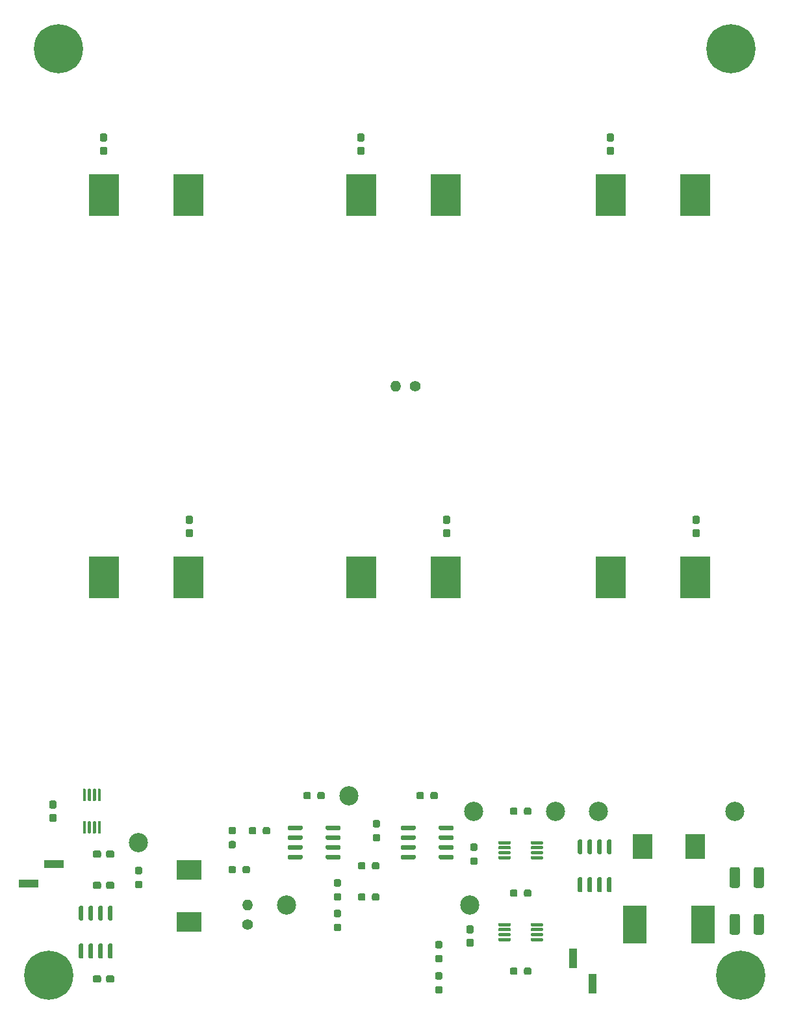
<source format=gbr>
%TF.GenerationSoftware,KiCad,Pcbnew,(5.1.9)-1*%
%TF.CreationDate,2021-05-10T20:34:24-02:30*%
%TF.ProjectId,beverageWarmer1,62657665-7261-4676-9557-61726d657231,rev?*%
%TF.SameCoordinates,Original*%
%TF.FileFunction,Soldermask,Top*%
%TF.FilePolarity,Negative*%
%FSLAX46Y46*%
G04 Gerber Fmt 4.6, Leading zero omitted, Abs format (unit mm)*
G04 Created by KiCad (PCBNEW (5.1.9)-1) date 2021-05-10 20:34:24*
%MOMM*%
%LPD*%
G01*
G04 APERTURE LIST*
%ADD10C,0.800000*%
%ADD11C,6.400000*%
%ADD12C,2.500000*%
%ADD13R,1.000000X2.510000*%
%ADD14R,2.510000X1.000000*%
%ADD15O,1.400000X1.400000*%
%ADD16C,1.400000*%
%ADD17R,3.900000X5.500000*%
%ADD18R,3.100000X5.000000*%
%ADD19R,3.300000X2.500000*%
%ADD20R,2.500000X3.300000*%
G04 APERTURE END LIST*
D10*
%TO.C,REF\u002A\u002A*%
X185847056Y-150702944D03*
X184150000Y-150000000D03*
X182452944Y-150702944D03*
X181750000Y-152400000D03*
X182452944Y-154097056D03*
X184150000Y-154800000D03*
X185847056Y-154097056D03*
X186550000Y-152400000D03*
D11*
X184150000Y-152400000D03*
%TD*%
D10*
%TO.C,REF\u002A\u002A*%
X95677056Y-150702944D03*
X93980000Y-150000000D03*
X92282944Y-150702944D03*
X91580000Y-152400000D03*
X92282944Y-154097056D03*
X93980000Y-154800000D03*
X95677056Y-154097056D03*
X96380000Y-152400000D03*
D11*
X93980000Y-152400000D03*
%TD*%
%TO.C,REF\u002A\u002A*%
X95250000Y-31750000D03*
D10*
X97650000Y-31750000D03*
X96947056Y-33447056D03*
X95250000Y-34150000D03*
X93552944Y-33447056D03*
X92850000Y-31750000D03*
X93552944Y-30052944D03*
X95250000Y-29350000D03*
X96947056Y-30052944D03*
%TD*%
%TO.C,REF\u002A\u002A*%
X184577056Y-30052944D03*
X182880000Y-29350000D03*
X181182944Y-30052944D03*
X180480000Y-31750000D03*
X181182944Y-33447056D03*
X182880000Y-34150000D03*
X184577056Y-33447056D03*
X185280000Y-31750000D03*
D11*
X182880000Y-31750000D03*
%TD*%
D12*
%TO.C,TP402*%
X105664000Y-135128000D03*
%TD*%
D13*
%TO.C,J1*%
X162306000Y-150237000D03*
X164846000Y-153547000D03*
%TD*%
D14*
%TO.C,J0*%
X94619000Y-137922000D03*
X91309000Y-140462000D03*
%TD*%
%TO.C,C7*%
G36*
G01*
X167369500Y-43871000D02*
X166894500Y-43871000D01*
G75*
G02*
X166657000Y-43633500I0J237500D01*
G01*
X166657000Y-43033500D01*
G75*
G02*
X166894500Y-42796000I237500J0D01*
G01*
X167369500Y-42796000D01*
G75*
G02*
X167607000Y-43033500I0J-237500D01*
G01*
X167607000Y-43633500D01*
G75*
G02*
X167369500Y-43871000I-237500J0D01*
G01*
G37*
G36*
G01*
X167369500Y-45596000D02*
X166894500Y-45596000D01*
G75*
G02*
X166657000Y-45358500I0J237500D01*
G01*
X166657000Y-44758500D01*
G75*
G02*
X166894500Y-44521000I237500J0D01*
G01*
X167369500Y-44521000D01*
G75*
G02*
X167607000Y-44758500I0J-237500D01*
G01*
X167607000Y-45358500D01*
G75*
G02*
X167369500Y-45596000I-237500J0D01*
G01*
G37*
%TD*%
%TO.C,C6*%
G36*
G01*
X134857500Y-43871000D02*
X134382500Y-43871000D01*
G75*
G02*
X134145000Y-43633500I0J237500D01*
G01*
X134145000Y-43033500D01*
G75*
G02*
X134382500Y-42796000I237500J0D01*
G01*
X134857500Y-42796000D01*
G75*
G02*
X135095000Y-43033500I0J-237500D01*
G01*
X135095000Y-43633500D01*
G75*
G02*
X134857500Y-43871000I-237500J0D01*
G01*
G37*
G36*
G01*
X134857500Y-45596000D02*
X134382500Y-45596000D01*
G75*
G02*
X134145000Y-45358500I0J237500D01*
G01*
X134145000Y-44758500D01*
G75*
G02*
X134382500Y-44521000I237500J0D01*
G01*
X134857500Y-44521000D01*
G75*
G02*
X135095000Y-44758500I0J-237500D01*
G01*
X135095000Y-45358500D01*
G75*
G02*
X134857500Y-45596000I-237500J0D01*
G01*
G37*
%TD*%
%TO.C,C5*%
G36*
G01*
X101329500Y-43871000D02*
X100854500Y-43871000D01*
G75*
G02*
X100617000Y-43633500I0J237500D01*
G01*
X100617000Y-43033500D01*
G75*
G02*
X100854500Y-42796000I237500J0D01*
G01*
X101329500Y-42796000D01*
G75*
G02*
X101567000Y-43033500I0J-237500D01*
G01*
X101567000Y-43633500D01*
G75*
G02*
X101329500Y-43871000I-237500J0D01*
G01*
G37*
G36*
G01*
X101329500Y-45596000D02*
X100854500Y-45596000D01*
G75*
G02*
X100617000Y-45358500I0J237500D01*
G01*
X100617000Y-44758500D01*
G75*
G02*
X100854500Y-44521000I237500J0D01*
G01*
X101329500Y-44521000D01*
G75*
G02*
X101567000Y-44758500I0J-237500D01*
G01*
X101567000Y-45358500D01*
G75*
G02*
X101329500Y-45596000I-237500J0D01*
G01*
G37*
%TD*%
%TO.C,C4*%
G36*
G01*
X112505500Y-93655000D02*
X112030500Y-93655000D01*
G75*
G02*
X111793000Y-93417500I0J237500D01*
G01*
X111793000Y-92817500D01*
G75*
G02*
X112030500Y-92580000I237500J0D01*
G01*
X112505500Y-92580000D01*
G75*
G02*
X112743000Y-92817500I0J-237500D01*
G01*
X112743000Y-93417500D01*
G75*
G02*
X112505500Y-93655000I-237500J0D01*
G01*
G37*
G36*
G01*
X112505500Y-95380000D02*
X112030500Y-95380000D01*
G75*
G02*
X111793000Y-95142500I0J237500D01*
G01*
X111793000Y-94542500D01*
G75*
G02*
X112030500Y-94305000I237500J0D01*
G01*
X112505500Y-94305000D01*
G75*
G02*
X112743000Y-94542500I0J-237500D01*
G01*
X112743000Y-95142500D01*
G75*
G02*
X112505500Y-95380000I-237500J0D01*
G01*
G37*
%TD*%
%TO.C,C3*%
G36*
G01*
X146033500Y-93655000D02*
X145558500Y-93655000D01*
G75*
G02*
X145321000Y-93417500I0J237500D01*
G01*
X145321000Y-92817500D01*
G75*
G02*
X145558500Y-92580000I237500J0D01*
G01*
X146033500Y-92580000D01*
G75*
G02*
X146271000Y-92817500I0J-237500D01*
G01*
X146271000Y-93417500D01*
G75*
G02*
X146033500Y-93655000I-237500J0D01*
G01*
G37*
G36*
G01*
X146033500Y-95380000D02*
X145558500Y-95380000D01*
G75*
G02*
X145321000Y-95142500I0J237500D01*
G01*
X145321000Y-94542500D01*
G75*
G02*
X145558500Y-94305000I237500J0D01*
G01*
X146033500Y-94305000D01*
G75*
G02*
X146271000Y-94542500I0J-237500D01*
G01*
X146271000Y-95142500D01*
G75*
G02*
X146033500Y-95380000I-237500J0D01*
G01*
G37*
%TD*%
%TO.C,C2*%
G36*
G01*
X178545500Y-93655000D02*
X178070500Y-93655000D01*
G75*
G02*
X177833000Y-93417500I0J237500D01*
G01*
X177833000Y-92817500D01*
G75*
G02*
X178070500Y-92580000I237500J0D01*
G01*
X178545500Y-92580000D01*
G75*
G02*
X178783000Y-92817500I0J-237500D01*
G01*
X178783000Y-93417500D01*
G75*
G02*
X178545500Y-93655000I-237500J0D01*
G01*
G37*
G36*
G01*
X178545500Y-95380000D02*
X178070500Y-95380000D01*
G75*
G02*
X177833000Y-95142500I0J237500D01*
G01*
X177833000Y-94542500D01*
G75*
G02*
X178070500Y-94305000I237500J0D01*
G01*
X178545500Y-94305000D01*
G75*
G02*
X178783000Y-94542500I0J-237500D01*
G01*
X178783000Y-95142500D01*
G75*
G02*
X178545500Y-95380000I-237500J0D01*
G01*
G37*
%TD*%
%TO.C,U6*%
G36*
G01*
X101831000Y-148312000D02*
X102131000Y-148312000D01*
G75*
G02*
X102281000Y-148462000I0J-150000D01*
G01*
X102281000Y-150112000D01*
G75*
G02*
X102131000Y-150262000I-150000J0D01*
G01*
X101831000Y-150262000D01*
G75*
G02*
X101681000Y-150112000I0J150000D01*
G01*
X101681000Y-148462000D01*
G75*
G02*
X101831000Y-148312000I150000J0D01*
G01*
G37*
G36*
G01*
X100561000Y-148312000D02*
X100861000Y-148312000D01*
G75*
G02*
X101011000Y-148462000I0J-150000D01*
G01*
X101011000Y-150112000D01*
G75*
G02*
X100861000Y-150262000I-150000J0D01*
G01*
X100561000Y-150262000D01*
G75*
G02*
X100411000Y-150112000I0J150000D01*
G01*
X100411000Y-148462000D01*
G75*
G02*
X100561000Y-148312000I150000J0D01*
G01*
G37*
G36*
G01*
X99291000Y-148312000D02*
X99591000Y-148312000D01*
G75*
G02*
X99741000Y-148462000I0J-150000D01*
G01*
X99741000Y-150112000D01*
G75*
G02*
X99591000Y-150262000I-150000J0D01*
G01*
X99291000Y-150262000D01*
G75*
G02*
X99141000Y-150112000I0J150000D01*
G01*
X99141000Y-148462000D01*
G75*
G02*
X99291000Y-148312000I150000J0D01*
G01*
G37*
G36*
G01*
X98021000Y-148312000D02*
X98321000Y-148312000D01*
G75*
G02*
X98471000Y-148462000I0J-150000D01*
G01*
X98471000Y-150112000D01*
G75*
G02*
X98321000Y-150262000I-150000J0D01*
G01*
X98021000Y-150262000D01*
G75*
G02*
X97871000Y-150112000I0J150000D01*
G01*
X97871000Y-148462000D01*
G75*
G02*
X98021000Y-148312000I150000J0D01*
G01*
G37*
G36*
G01*
X98021000Y-143362000D02*
X98321000Y-143362000D01*
G75*
G02*
X98471000Y-143512000I0J-150000D01*
G01*
X98471000Y-145162000D01*
G75*
G02*
X98321000Y-145312000I-150000J0D01*
G01*
X98021000Y-145312000D01*
G75*
G02*
X97871000Y-145162000I0J150000D01*
G01*
X97871000Y-143512000D01*
G75*
G02*
X98021000Y-143362000I150000J0D01*
G01*
G37*
G36*
G01*
X99291000Y-143362000D02*
X99591000Y-143362000D01*
G75*
G02*
X99741000Y-143512000I0J-150000D01*
G01*
X99741000Y-145162000D01*
G75*
G02*
X99591000Y-145312000I-150000J0D01*
G01*
X99291000Y-145312000D01*
G75*
G02*
X99141000Y-145162000I0J150000D01*
G01*
X99141000Y-143512000D01*
G75*
G02*
X99291000Y-143362000I150000J0D01*
G01*
G37*
G36*
G01*
X100561000Y-143362000D02*
X100861000Y-143362000D01*
G75*
G02*
X101011000Y-143512000I0J-150000D01*
G01*
X101011000Y-145162000D01*
G75*
G02*
X100861000Y-145312000I-150000J0D01*
G01*
X100561000Y-145312000D01*
G75*
G02*
X100411000Y-145162000I0J150000D01*
G01*
X100411000Y-143512000D01*
G75*
G02*
X100561000Y-143362000I150000J0D01*
G01*
G37*
G36*
G01*
X101831000Y-143362000D02*
X102131000Y-143362000D01*
G75*
G02*
X102281000Y-143512000I0J-150000D01*
G01*
X102281000Y-145162000D01*
G75*
G02*
X102131000Y-145312000I-150000J0D01*
G01*
X101831000Y-145312000D01*
G75*
G02*
X101681000Y-145162000I0J150000D01*
G01*
X101681000Y-143512000D01*
G75*
G02*
X101831000Y-143362000I150000J0D01*
G01*
G37*
%TD*%
%TO.C,U5*%
G36*
G01*
X98693000Y-129764000D02*
X98493000Y-129764000D01*
G75*
G02*
X98393000Y-129664000I0J100000D01*
G01*
X98393000Y-128239000D01*
G75*
G02*
X98493000Y-128139000I100000J0D01*
G01*
X98693000Y-128139000D01*
G75*
G02*
X98793000Y-128239000I0J-100000D01*
G01*
X98793000Y-129664000D01*
G75*
G02*
X98693000Y-129764000I-100000J0D01*
G01*
G37*
G36*
G01*
X99343000Y-129764000D02*
X99143000Y-129764000D01*
G75*
G02*
X99043000Y-129664000I0J100000D01*
G01*
X99043000Y-128239000D01*
G75*
G02*
X99143000Y-128139000I100000J0D01*
G01*
X99343000Y-128139000D01*
G75*
G02*
X99443000Y-128239000I0J-100000D01*
G01*
X99443000Y-129664000D01*
G75*
G02*
X99343000Y-129764000I-100000J0D01*
G01*
G37*
G36*
G01*
X99993000Y-129764000D02*
X99793000Y-129764000D01*
G75*
G02*
X99693000Y-129664000I0J100000D01*
G01*
X99693000Y-128239000D01*
G75*
G02*
X99793000Y-128139000I100000J0D01*
G01*
X99993000Y-128139000D01*
G75*
G02*
X100093000Y-128239000I0J-100000D01*
G01*
X100093000Y-129664000D01*
G75*
G02*
X99993000Y-129764000I-100000J0D01*
G01*
G37*
G36*
G01*
X100643000Y-129764000D02*
X100443000Y-129764000D01*
G75*
G02*
X100343000Y-129664000I0J100000D01*
G01*
X100343000Y-128239000D01*
G75*
G02*
X100443000Y-128139000I100000J0D01*
G01*
X100643000Y-128139000D01*
G75*
G02*
X100743000Y-128239000I0J-100000D01*
G01*
X100743000Y-129664000D01*
G75*
G02*
X100643000Y-129764000I-100000J0D01*
G01*
G37*
G36*
G01*
X100643000Y-133989000D02*
X100443000Y-133989000D01*
G75*
G02*
X100343000Y-133889000I0J100000D01*
G01*
X100343000Y-132464000D01*
G75*
G02*
X100443000Y-132364000I100000J0D01*
G01*
X100643000Y-132364000D01*
G75*
G02*
X100743000Y-132464000I0J-100000D01*
G01*
X100743000Y-133889000D01*
G75*
G02*
X100643000Y-133989000I-100000J0D01*
G01*
G37*
G36*
G01*
X99993000Y-133989000D02*
X99793000Y-133989000D01*
G75*
G02*
X99693000Y-133889000I0J100000D01*
G01*
X99693000Y-132464000D01*
G75*
G02*
X99793000Y-132364000I100000J0D01*
G01*
X99993000Y-132364000D01*
G75*
G02*
X100093000Y-132464000I0J-100000D01*
G01*
X100093000Y-133889000D01*
G75*
G02*
X99993000Y-133989000I-100000J0D01*
G01*
G37*
G36*
G01*
X99343000Y-133989000D02*
X99143000Y-133989000D01*
G75*
G02*
X99043000Y-133889000I0J100000D01*
G01*
X99043000Y-132464000D01*
G75*
G02*
X99143000Y-132364000I100000J0D01*
G01*
X99343000Y-132364000D01*
G75*
G02*
X99443000Y-132464000I0J-100000D01*
G01*
X99443000Y-133889000D01*
G75*
G02*
X99343000Y-133989000I-100000J0D01*
G01*
G37*
G36*
G01*
X98693000Y-133989000D02*
X98493000Y-133989000D01*
G75*
G02*
X98393000Y-133889000I0J100000D01*
G01*
X98393000Y-132464000D01*
G75*
G02*
X98493000Y-132364000I100000J0D01*
G01*
X98693000Y-132364000D01*
G75*
G02*
X98793000Y-132464000I0J-100000D01*
G01*
X98793000Y-133889000D01*
G75*
G02*
X98693000Y-133989000I-100000J0D01*
G01*
G37*
%TD*%
%TO.C,U4*%
G36*
G01*
X130024000Y-133373000D02*
X130024000Y-133073000D01*
G75*
G02*
X130174000Y-132923000I150000J0D01*
G01*
X131824000Y-132923000D01*
G75*
G02*
X131974000Y-133073000I0J-150000D01*
G01*
X131974000Y-133373000D01*
G75*
G02*
X131824000Y-133523000I-150000J0D01*
G01*
X130174000Y-133523000D01*
G75*
G02*
X130024000Y-133373000I0J150000D01*
G01*
G37*
G36*
G01*
X130024000Y-134643000D02*
X130024000Y-134343000D01*
G75*
G02*
X130174000Y-134193000I150000J0D01*
G01*
X131824000Y-134193000D01*
G75*
G02*
X131974000Y-134343000I0J-150000D01*
G01*
X131974000Y-134643000D01*
G75*
G02*
X131824000Y-134793000I-150000J0D01*
G01*
X130174000Y-134793000D01*
G75*
G02*
X130024000Y-134643000I0J150000D01*
G01*
G37*
G36*
G01*
X130024000Y-135913000D02*
X130024000Y-135613000D01*
G75*
G02*
X130174000Y-135463000I150000J0D01*
G01*
X131824000Y-135463000D01*
G75*
G02*
X131974000Y-135613000I0J-150000D01*
G01*
X131974000Y-135913000D01*
G75*
G02*
X131824000Y-136063000I-150000J0D01*
G01*
X130174000Y-136063000D01*
G75*
G02*
X130024000Y-135913000I0J150000D01*
G01*
G37*
G36*
G01*
X130024000Y-137183000D02*
X130024000Y-136883000D01*
G75*
G02*
X130174000Y-136733000I150000J0D01*
G01*
X131824000Y-136733000D01*
G75*
G02*
X131974000Y-136883000I0J-150000D01*
G01*
X131974000Y-137183000D01*
G75*
G02*
X131824000Y-137333000I-150000J0D01*
G01*
X130174000Y-137333000D01*
G75*
G02*
X130024000Y-137183000I0J150000D01*
G01*
G37*
G36*
G01*
X125074000Y-137183000D02*
X125074000Y-136883000D01*
G75*
G02*
X125224000Y-136733000I150000J0D01*
G01*
X126874000Y-136733000D01*
G75*
G02*
X127024000Y-136883000I0J-150000D01*
G01*
X127024000Y-137183000D01*
G75*
G02*
X126874000Y-137333000I-150000J0D01*
G01*
X125224000Y-137333000D01*
G75*
G02*
X125074000Y-137183000I0J150000D01*
G01*
G37*
G36*
G01*
X125074000Y-135913000D02*
X125074000Y-135613000D01*
G75*
G02*
X125224000Y-135463000I150000J0D01*
G01*
X126874000Y-135463000D01*
G75*
G02*
X127024000Y-135613000I0J-150000D01*
G01*
X127024000Y-135913000D01*
G75*
G02*
X126874000Y-136063000I-150000J0D01*
G01*
X125224000Y-136063000D01*
G75*
G02*
X125074000Y-135913000I0J150000D01*
G01*
G37*
G36*
G01*
X125074000Y-134643000D02*
X125074000Y-134343000D01*
G75*
G02*
X125224000Y-134193000I150000J0D01*
G01*
X126874000Y-134193000D01*
G75*
G02*
X127024000Y-134343000I0J-150000D01*
G01*
X127024000Y-134643000D01*
G75*
G02*
X126874000Y-134793000I-150000J0D01*
G01*
X125224000Y-134793000D01*
G75*
G02*
X125074000Y-134643000I0J150000D01*
G01*
G37*
G36*
G01*
X125074000Y-133373000D02*
X125074000Y-133073000D01*
G75*
G02*
X125224000Y-132923000I150000J0D01*
G01*
X126874000Y-132923000D01*
G75*
G02*
X127024000Y-133073000I0J-150000D01*
G01*
X127024000Y-133373000D01*
G75*
G02*
X126874000Y-133523000I-150000J0D01*
G01*
X125224000Y-133523000D01*
G75*
G02*
X125074000Y-133373000I0J150000D01*
G01*
G37*
%TD*%
%TO.C,U3*%
G36*
G01*
X144756000Y-133373000D02*
X144756000Y-133073000D01*
G75*
G02*
X144906000Y-132923000I150000J0D01*
G01*
X146556000Y-132923000D01*
G75*
G02*
X146706000Y-133073000I0J-150000D01*
G01*
X146706000Y-133373000D01*
G75*
G02*
X146556000Y-133523000I-150000J0D01*
G01*
X144906000Y-133523000D01*
G75*
G02*
X144756000Y-133373000I0J150000D01*
G01*
G37*
G36*
G01*
X144756000Y-134643000D02*
X144756000Y-134343000D01*
G75*
G02*
X144906000Y-134193000I150000J0D01*
G01*
X146556000Y-134193000D01*
G75*
G02*
X146706000Y-134343000I0J-150000D01*
G01*
X146706000Y-134643000D01*
G75*
G02*
X146556000Y-134793000I-150000J0D01*
G01*
X144906000Y-134793000D01*
G75*
G02*
X144756000Y-134643000I0J150000D01*
G01*
G37*
G36*
G01*
X144756000Y-135913000D02*
X144756000Y-135613000D01*
G75*
G02*
X144906000Y-135463000I150000J0D01*
G01*
X146556000Y-135463000D01*
G75*
G02*
X146706000Y-135613000I0J-150000D01*
G01*
X146706000Y-135913000D01*
G75*
G02*
X146556000Y-136063000I-150000J0D01*
G01*
X144906000Y-136063000D01*
G75*
G02*
X144756000Y-135913000I0J150000D01*
G01*
G37*
G36*
G01*
X144756000Y-137183000D02*
X144756000Y-136883000D01*
G75*
G02*
X144906000Y-136733000I150000J0D01*
G01*
X146556000Y-136733000D01*
G75*
G02*
X146706000Y-136883000I0J-150000D01*
G01*
X146706000Y-137183000D01*
G75*
G02*
X146556000Y-137333000I-150000J0D01*
G01*
X144906000Y-137333000D01*
G75*
G02*
X144756000Y-137183000I0J150000D01*
G01*
G37*
G36*
G01*
X139806000Y-137183000D02*
X139806000Y-136883000D01*
G75*
G02*
X139956000Y-136733000I150000J0D01*
G01*
X141606000Y-136733000D01*
G75*
G02*
X141756000Y-136883000I0J-150000D01*
G01*
X141756000Y-137183000D01*
G75*
G02*
X141606000Y-137333000I-150000J0D01*
G01*
X139956000Y-137333000D01*
G75*
G02*
X139806000Y-137183000I0J150000D01*
G01*
G37*
G36*
G01*
X139806000Y-135913000D02*
X139806000Y-135613000D01*
G75*
G02*
X139956000Y-135463000I150000J0D01*
G01*
X141606000Y-135463000D01*
G75*
G02*
X141756000Y-135613000I0J-150000D01*
G01*
X141756000Y-135913000D01*
G75*
G02*
X141606000Y-136063000I-150000J0D01*
G01*
X139956000Y-136063000D01*
G75*
G02*
X139806000Y-135913000I0J150000D01*
G01*
G37*
G36*
G01*
X139806000Y-134643000D02*
X139806000Y-134343000D01*
G75*
G02*
X139956000Y-134193000I150000J0D01*
G01*
X141606000Y-134193000D01*
G75*
G02*
X141756000Y-134343000I0J-150000D01*
G01*
X141756000Y-134643000D01*
G75*
G02*
X141606000Y-134793000I-150000J0D01*
G01*
X139956000Y-134793000D01*
G75*
G02*
X139806000Y-134643000I0J150000D01*
G01*
G37*
G36*
G01*
X139806000Y-133373000D02*
X139806000Y-133073000D01*
G75*
G02*
X139956000Y-132923000I150000J0D01*
G01*
X141606000Y-132923000D01*
G75*
G02*
X141756000Y-133073000I0J-150000D01*
G01*
X141756000Y-133373000D01*
G75*
G02*
X141606000Y-133523000I-150000J0D01*
G01*
X139956000Y-133523000D01*
G75*
G02*
X139806000Y-133373000I0J150000D01*
G01*
G37*
%TD*%
%TO.C,U2*%
G36*
G01*
X156748000Y-135269000D02*
X156748000Y-135069000D01*
G75*
G02*
X156848000Y-134969000I100000J0D01*
G01*
X158273000Y-134969000D01*
G75*
G02*
X158373000Y-135069000I0J-100000D01*
G01*
X158373000Y-135269000D01*
G75*
G02*
X158273000Y-135369000I-100000J0D01*
G01*
X156848000Y-135369000D01*
G75*
G02*
X156748000Y-135269000I0J100000D01*
G01*
G37*
G36*
G01*
X156748000Y-135919000D02*
X156748000Y-135719000D01*
G75*
G02*
X156848000Y-135619000I100000J0D01*
G01*
X158273000Y-135619000D01*
G75*
G02*
X158373000Y-135719000I0J-100000D01*
G01*
X158373000Y-135919000D01*
G75*
G02*
X158273000Y-136019000I-100000J0D01*
G01*
X156848000Y-136019000D01*
G75*
G02*
X156748000Y-135919000I0J100000D01*
G01*
G37*
G36*
G01*
X156748000Y-136569000D02*
X156748000Y-136369000D01*
G75*
G02*
X156848000Y-136269000I100000J0D01*
G01*
X158273000Y-136269000D01*
G75*
G02*
X158373000Y-136369000I0J-100000D01*
G01*
X158373000Y-136569000D01*
G75*
G02*
X158273000Y-136669000I-100000J0D01*
G01*
X156848000Y-136669000D01*
G75*
G02*
X156748000Y-136569000I0J100000D01*
G01*
G37*
G36*
G01*
X156748000Y-137219000D02*
X156748000Y-137019000D01*
G75*
G02*
X156848000Y-136919000I100000J0D01*
G01*
X158273000Y-136919000D01*
G75*
G02*
X158373000Y-137019000I0J-100000D01*
G01*
X158373000Y-137219000D01*
G75*
G02*
X158273000Y-137319000I-100000J0D01*
G01*
X156848000Y-137319000D01*
G75*
G02*
X156748000Y-137219000I0J100000D01*
G01*
G37*
G36*
G01*
X152523000Y-137219000D02*
X152523000Y-137019000D01*
G75*
G02*
X152623000Y-136919000I100000J0D01*
G01*
X154048000Y-136919000D01*
G75*
G02*
X154148000Y-137019000I0J-100000D01*
G01*
X154148000Y-137219000D01*
G75*
G02*
X154048000Y-137319000I-100000J0D01*
G01*
X152623000Y-137319000D01*
G75*
G02*
X152523000Y-137219000I0J100000D01*
G01*
G37*
G36*
G01*
X152523000Y-136569000D02*
X152523000Y-136369000D01*
G75*
G02*
X152623000Y-136269000I100000J0D01*
G01*
X154048000Y-136269000D01*
G75*
G02*
X154148000Y-136369000I0J-100000D01*
G01*
X154148000Y-136569000D01*
G75*
G02*
X154048000Y-136669000I-100000J0D01*
G01*
X152623000Y-136669000D01*
G75*
G02*
X152523000Y-136569000I0J100000D01*
G01*
G37*
G36*
G01*
X152523000Y-135919000D02*
X152523000Y-135719000D01*
G75*
G02*
X152623000Y-135619000I100000J0D01*
G01*
X154048000Y-135619000D01*
G75*
G02*
X154148000Y-135719000I0J-100000D01*
G01*
X154148000Y-135919000D01*
G75*
G02*
X154048000Y-136019000I-100000J0D01*
G01*
X152623000Y-136019000D01*
G75*
G02*
X152523000Y-135919000I0J100000D01*
G01*
G37*
G36*
G01*
X152523000Y-135269000D02*
X152523000Y-135069000D01*
G75*
G02*
X152623000Y-134969000I100000J0D01*
G01*
X154048000Y-134969000D01*
G75*
G02*
X154148000Y-135069000I0J-100000D01*
G01*
X154148000Y-135269000D01*
G75*
G02*
X154048000Y-135369000I-100000J0D01*
G01*
X152623000Y-135369000D01*
G75*
G02*
X152523000Y-135269000I0J100000D01*
G01*
G37*
%TD*%
%TO.C,U1*%
G36*
G01*
X156748000Y-145937000D02*
X156748000Y-145737000D01*
G75*
G02*
X156848000Y-145637000I100000J0D01*
G01*
X158273000Y-145637000D01*
G75*
G02*
X158373000Y-145737000I0J-100000D01*
G01*
X158373000Y-145937000D01*
G75*
G02*
X158273000Y-146037000I-100000J0D01*
G01*
X156848000Y-146037000D01*
G75*
G02*
X156748000Y-145937000I0J100000D01*
G01*
G37*
G36*
G01*
X156748000Y-146587000D02*
X156748000Y-146387000D01*
G75*
G02*
X156848000Y-146287000I100000J0D01*
G01*
X158273000Y-146287000D01*
G75*
G02*
X158373000Y-146387000I0J-100000D01*
G01*
X158373000Y-146587000D01*
G75*
G02*
X158273000Y-146687000I-100000J0D01*
G01*
X156848000Y-146687000D01*
G75*
G02*
X156748000Y-146587000I0J100000D01*
G01*
G37*
G36*
G01*
X156748000Y-147237000D02*
X156748000Y-147037000D01*
G75*
G02*
X156848000Y-146937000I100000J0D01*
G01*
X158273000Y-146937000D01*
G75*
G02*
X158373000Y-147037000I0J-100000D01*
G01*
X158373000Y-147237000D01*
G75*
G02*
X158273000Y-147337000I-100000J0D01*
G01*
X156848000Y-147337000D01*
G75*
G02*
X156748000Y-147237000I0J100000D01*
G01*
G37*
G36*
G01*
X156748000Y-147887000D02*
X156748000Y-147687000D01*
G75*
G02*
X156848000Y-147587000I100000J0D01*
G01*
X158273000Y-147587000D01*
G75*
G02*
X158373000Y-147687000I0J-100000D01*
G01*
X158373000Y-147887000D01*
G75*
G02*
X158273000Y-147987000I-100000J0D01*
G01*
X156848000Y-147987000D01*
G75*
G02*
X156748000Y-147887000I0J100000D01*
G01*
G37*
G36*
G01*
X152523000Y-147887000D02*
X152523000Y-147687000D01*
G75*
G02*
X152623000Y-147587000I100000J0D01*
G01*
X154048000Y-147587000D01*
G75*
G02*
X154148000Y-147687000I0J-100000D01*
G01*
X154148000Y-147887000D01*
G75*
G02*
X154048000Y-147987000I-100000J0D01*
G01*
X152623000Y-147987000D01*
G75*
G02*
X152523000Y-147887000I0J100000D01*
G01*
G37*
G36*
G01*
X152523000Y-147237000D02*
X152523000Y-147037000D01*
G75*
G02*
X152623000Y-146937000I100000J0D01*
G01*
X154048000Y-146937000D01*
G75*
G02*
X154148000Y-147037000I0J-100000D01*
G01*
X154148000Y-147237000D01*
G75*
G02*
X154048000Y-147337000I-100000J0D01*
G01*
X152623000Y-147337000D01*
G75*
G02*
X152523000Y-147237000I0J100000D01*
G01*
G37*
G36*
G01*
X152523000Y-146587000D02*
X152523000Y-146387000D01*
G75*
G02*
X152623000Y-146287000I100000J0D01*
G01*
X154048000Y-146287000D01*
G75*
G02*
X154148000Y-146387000I0J-100000D01*
G01*
X154148000Y-146587000D01*
G75*
G02*
X154048000Y-146687000I-100000J0D01*
G01*
X152623000Y-146687000D01*
G75*
G02*
X152523000Y-146587000I0J100000D01*
G01*
G37*
G36*
G01*
X152523000Y-145937000D02*
X152523000Y-145737000D01*
G75*
G02*
X152623000Y-145637000I100000J0D01*
G01*
X154048000Y-145637000D01*
G75*
G02*
X154148000Y-145737000I0J-100000D01*
G01*
X154148000Y-145937000D01*
G75*
G02*
X154048000Y-146037000I-100000J0D01*
G01*
X152623000Y-146037000D01*
G75*
G02*
X152523000Y-145937000I0J100000D01*
G01*
G37*
%TD*%
%TO.C,U0*%
G36*
G01*
X166855000Y-139676000D02*
X167155000Y-139676000D01*
G75*
G02*
X167305000Y-139826000I0J-150000D01*
G01*
X167305000Y-141476000D01*
G75*
G02*
X167155000Y-141626000I-150000J0D01*
G01*
X166855000Y-141626000D01*
G75*
G02*
X166705000Y-141476000I0J150000D01*
G01*
X166705000Y-139826000D01*
G75*
G02*
X166855000Y-139676000I150000J0D01*
G01*
G37*
G36*
G01*
X165585000Y-139676000D02*
X165885000Y-139676000D01*
G75*
G02*
X166035000Y-139826000I0J-150000D01*
G01*
X166035000Y-141476000D01*
G75*
G02*
X165885000Y-141626000I-150000J0D01*
G01*
X165585000Y-141626000D01*
G75*
G02*
X165435000Y-141476000I0J150000D01*
G01*
X165435000Y-139826000D01*
G75*
G02*
X165585000Y-139676000I150000J0D01*
G01*
G37*
G36*
G01*
X164315000Y-139676000D02*
X164615000Y-139676000D01*
G75*
G02*
X164765000Y-139826000I0J-150000D01*
G01*
X164765000Y-141476000D01*
G75*
G02*
X164615000Y-141626000I-150000J0D01*
G01*
X164315000Y-141626000D01*
G75*
G02*
X164165000Y-141476000I0J150000D01*
G01*
X164165000Y-139826000D01*
G75*
G02*
X164315000Y-139676000I150000J0D01*
G01*
G37*
G36*
G01*
X163045000Y-139676000D02*
X163345000Y-139676000D01*
G75*
G02*
X163495000Y-139826000I0J-150000D01*
G01*
X163495000Y-141476000D01*
G75*
G02*
X163345000Y-141626000I-150000J0D01*
G01*
X163045000Y-141626000D01*
G75*
G02*
X162895000Y-141476000I0J150000D01*
G01*
X162895000Y-139826000D01*
G75*
G02*
X163045000Y-139676000I150000J0D01*
G01*
G37*
G36*
G01*
X163045000Y-134726000D02*
X163345000Y-134726000D01*
G75*
G02*
X163495000Y-134876000I0J-150000D01*
G01*
X163495000Y-136526000D01*
G75*
G02*
X163345000Y-136676000I-150000J0D01*
G01*
X163045000Y-136676000D01*
G75*
G02*
X162895000Y-136526000I0J150000D01*
G01*
X162895000Y-134876000D01*
G75*
G02*
X163045000Y-134726000I150000J0D01*
G01*
G37*
G36*
G01*
X164315000Y-134726000D02*
X164615000Y-134726000D01*
G75*
G02*
X164765000Y-134876000I0J-150000D01*
G01*
X164765000Y-136526000D01*
G75*
G02*
X164615000Y-136676000I-150000J0D01*
G01*
X164315000Y-136676000D01*
G75*
G02*
X164165000Y-136526000I0J150000D01*
G01*
X164165000Y-134876000D01*
G75*
G02*
X164315000Y-134726000I150000J0D01*
G01*
G37*
G36*
G01*
X165585000Y-134726000D02*
X165885000Y-134726000D01*
G75*
G02*
X166035000Y-134876000I0J-150000D01*
G01*
X166035000Y-136526000D01*
G75*
G02*
X165885000Y-136676000I-150000J0D01*
G01*
X165585000Y-136676000D01*
G75*
G02*
X165435000Y-136526000I0J150000D01*
G01*
X165435000Y-134876000D01*
G75*
G02*
X165585000Y-134726000I150000J0D01*
G01*
G37*
G36*
G01*
X166855000Y-134726000D02*
X167155000Y-134726000D01*
G75*
G02*
X167305000Y-134876000I0J-150000D01*
G01*
X167305000Y-136526000D01*
G75*
G02*
X167155000Y-136676000I-150000J0D01*
G01*
X166855000Y-136676000D01*
G75*
G02*
X166705000Y-136526000I0J150000D01*
G01*
X166705000Y-134876000D01*
G75*
G02*
X166855000Y-134726000I150000J0D01*
G01*
G37*
%TD*%
D12*
%TO.C,TP401*%
X124968000Y-143256000D03*
%TD*%
%TO.C,TP400*%
X133096000Y-129032000D03*
%TD*%
%TO.C,TP300*%
X149352000Y-131064000D03*
%TD*%
%TO.C,TP100*%
X148844000Y-143256000D03*
%TD*%
%TO.C,TP2*%
X165608000Y-131064000D03*
%TD*%
%TO.C,TP1*%
X183388000Y-131064000D03*
%TD*%
%TO.C,TP0*%
X160020000Y-131064000D03*
%TD*%
D15*
%TO.C,TH401*%
X119888000Y-143256000D03*
D16*
X119888000Y-145796000D03*
%TD*%
D15*
%TO.C,TH400*%
X139192000Y-75692000D03*
D16*
X141732000Y-75692000D03*
%TD*%
%TO.C,R405*%
G36*
G01*
X105426500Y-140125000D02*
X105901500Y-140125000D01*
G75*
G02*
X106139000Y-140362500I0J-237500D01*
G01*
X106139000Y-140862500D01*
G75*
G02*
X105901500Y-141100000I-237500J0D01*
G01*
X105426500Y-141100000D01*
G75*
G02*
X105189000Y-140862500I0J237500D01*
G01*
X105189000Y-140362500D01*
G75*
G02*
X105426500Y-140125000I237500J0D01*
G01*
G37*
G36*
G01*
X105426500Y-138300000D02*
X105901500Y-138300000D01*
G75*
G02*
X106139000Y-138537500I0J-237500D01*
G01*
X106139000Y-139037500D01*
G75*
G02*
X105901500Y-139275000I-237500J0D01*
G01*
X105426500Y-139275000D01*
G75*
G02*
X105189000Y-139037500I0J237500D01*
G01*
X105189000Y-138537500D01*
G75*
G02*
X105426500Y-138300000I237500J0D01*
G01*
G37*
%TD*%
%TO.C,R404*%
G36*
G01*
X118093500Y-134091500D02*
X117618500Y-134091500D01*
G75*
G02*
X117381000Y-133854000I0J237500D01*
G01*
X117381000Y-133354000D01*
G75*
G02*
X117618500Y-133116500I237500J0D01*
G01*
X118093500Y-133116500D01*
G75*
G02*
X118331000Y-133354000I0J-237500D01*
G01*
X118331000Y-133854000D01*
G75*
G02*
X118093500Y-134091500I-237500J0D01*
G01*
G37*
G36*
G01*
X118093500Y-135916500D02*
X117618500Y-135916500D01*
G75*
G02*
X117381000Y-135679000I0J237500D01*
G01*
X117381000Y-135179000D01*
G75*
G02*
X117618500Y-134941500I237500J0D01*
G01*
X118093500Y-134941500D01*
G75*
G02*
X118331000Y-135179000I0J-237500D01*
G01*
X118331000Y-135679000D01*
G75*
G02*
X118093500Y-135916500I-237500J0D01*
G01*
G37*
%TD*%
%TO.C,R402*%
G36*
G01*
X118343500Y-138446500D02*
X118343500Y-138921500D01*
G75*
G02*
X118106000Y-139159000I-237500J0D01*
G01*
X117606000Y-139159000D01*
G75*
G02*
X117368500Y-138921500I0J237500D01*
G01*
X117368500Y-138446500D01*
G75*
G02*
X117606000Y-138209000I237500J0D01*
G01*
X118106000Y-138209000D01*
G75*
G02*
X118343500Y-138446500I0J-237500D01*
G01*
G37*
G36*
G01*
X120168500Y-138446500D02*
X120168500Y-138921500D01*
G75*
G02*
X119931000Y-139159000I-237500J0D01*
G01*
X119431000Y-139159000D01*
G75*
G02*
X119193500Y-138921500I0J237500D01*
G01*
X119193500Y-138446500D01*
G75*
G02*
X119431000Y-138209000I237500J0D01*
G01*
X119931000Y-138209000D01*
G75*
G02*
X120168500Y-138446500I0J-237500D01*
G01*
G37*
%TD*%
%TO.C,R401*%
G36*
G01*
X128949000Y-129269500D02*
X128949000Y-128794500D01*
G75*
G02*
X129186500Y-128557000I237500J0D01*
G01*
X129686500Y-128557000D01*
G75*
G02*
X129924000Y-128794500I0J-237500D01*
G01*
X129924000Y-129269500D01*
G75*
G02*
X129686500Y-129507000I-237500J0D01*
G01*
X129186500Y-129507000D01*
G75*
G02*
X128949000Y-129269500I0J237500D01*
G01*
G37*
G36*
G01*
X127124000Y-129269500D02*
X127124000Y-128794500D01*
G75*
G02*
X127361500Y-128557000I237500J0D01*
G01*
X127861500Y-128557000D01*
G75*
G02*
X128099000Y-128794500I0J-237500D01*
G01*
X128099000Y-129269500D01*
G75*
G02*
X127861500Y-129507000I-237500J0D01*
G01*
X127361500Y-129507000D01*
G75*
G02*
X127124000Y-129269500I0J237500D01*
G01*
G37*
%TD*%
%TO.C,R400*%
G36*
G01*
X120987000Y-133366500D02*
X120987000Y-133841500D01*
G75*
G02*
X120749500Y-134079000I-237500J0D01*
G01*
X120249500Y-134079000D01*
G75*
G02*
X120012000Y-133841500I0J237500D01*
G01*
X120012000Y-133366500D01*
G75*
G02*
X120249500Y-133129000I237500J0D01*
G01*
X120749500Y-133129000D01*
G75*
G02*
X120987000Y-133366500I0J-237500D01*
G01*
G37*
G36*
G01*
X122812000Y-133366500D02*
X122812000Y-133841500D01*
G75*
G02*
X122574500Y-134079000I-237500J0D01*
G01*
X122074500Y-134079000D01*
G75*
G02*
X121837000Y-133841500I0J237500D01*
G01*
X121837000Y-133366500D01*
G75*
G02*
X122074500Y-133129000I237500J0D01*
G01*
X122574500Y-133129000D01*
G75*
G02*
X122812000Y-133366500I0J-237500D01*
G01*
G37*
%TD*%
%TO.C,R305*%
G36*
G01*
X131809500Y-144863000D02*
X131334500Y-144863000D01*
G75*
G02*
X131097000Y-144625500I0J237500D01*
G01*
X131097000Y-144125500D01*
G75*
G02*
X131334500Y-143888000I237500J0D01*
G01*
X131809500Y-143888000D01*
G75*
G02*
X132047000Y-144125500I0J-237500D01*
G01*
X132047000Y-144625500D01*
G75*
G02*
X131809500Y-144863000I-237500J0D01*
G01*
G37*
G36*
G01*
X131809500Y-146688000D02*
X131334500Y-146688000D01*
G75*
G02*
X131097000Y-146450500I0J237500D01*
G01*
X131097000Y-145950500D01*
G75*
G02*
X131334500Y-145713000I237500J0D01*
G01*
X131809500Y-145713000D01*
G75*
G02*
X132047000Y-145950500I0J-237500D01*
G01*
X132047000Y-146450500D01*
G75*
G02*
X131809500Y-146688000I-237500J0D01*
G01*
G37*
%TD*%
%TO.C,R304*%
G36*
G01*
X131809500Y-140902500D02*
X131334500Y-140902500D01*
G75*
G02*
X131097000Y-140665000I0J237500D01*
G01*
X131097000Y-140165000D01*
G75*
G02*
X131334500Y-139927500I237500J0D01*
G01*
X131809500Y-139927500D01*
G75*
G02*
X132047000Y-140165000I0J-237500D01*
G01*
X132047000Y-140665000D01*
G75*
G02*
X131809500Y-140902500I-237500J0D01*
G01*
G37*
G36*
G01*
X131809500Y-142727500D02*
X131334500Y-142727500D01*
G75*
G02*
X131097000Y-142490000I0J237500D01*
G01*
X131097000Y-141990000D01*
G75*
G02*
X131334500Y-141752500I237500J0D01*
G01*
X131809500Y-141752500D01*
G75*
G02*
X132047000Y-141990000I0J-237500D01*
G01*
X132047000Y-142490000D01*
G75*
G02*
X131809500Y-142727500I-237500J0D01*
G01*
G37*
%TD*%
%TO.C,R303*%
G36*
G01*
X136061000Y-142477500D02*
X136061000Y-142002500D01*
G75*
G02*
X136298500Y-141765000I237500J0D01*
G01*
X136798500Y-141765000D01*
G75*
G02*
X137036000Y-142002500I0J-237500D01*
G01*
X137036000Y-142477500D01*
G75*
G02*
X136798500Y-142715000I-237500J0D01*
G01*
X136298500Y-142715000D01*
G75*
G02*
X136061000Y-142477500I0J237500D01*
G01*
G37*
G36*
G01*
X134236000Y-142477500D02*
X134236000Y-142002500D01*
G75*
G02*
X134473500Y-141765000I237500J0D01*
G01*
X134973500Y-141765000D01*
G75*
G02*
X135211000Y-142002500I0J-237500D01*
G01*
X135211000Y-142477500D01*
G75*
G02*
X134973500Y-142715000I-237500J0D01*
G01*
X134473500Y-142715000D01*
G75*
G02*
X134236000Y-142477500I0J237500D01*
G01*
G37*
%TD*%
%TO.C,R302*%
G36*
G01*
X136061000Y-138413500D02*
X136061000Y-137938500D01*
G75*
G02*
X136298500Y-137701000I237500J0D01*
G01*
X136798500Y-137701000D01*
G75*
G02*
X137036000Y-137938500I0J-237500D01*
G01*
X137036000Y-138413500D01*
G75*
G02*
X136798500Y-138651000I-237500J0D01*
G01*
X136298500Y-138651000D01*
G75*
G02*
X136061000Y-138413500I0J237500D01*
G01*
G37*
G36*
G01*
X134236000Y-138413500D02*
X134236000Y-137938500D01*
G75*
G02*
X134473500Y-137701000I237500J0D01*
G01*
X134973500Y-137701000D01*
G75*
G02*
X135211000Y-137938500I0J-237500D01*
G01*
X135211000Y-138413500D01*
G75*
G02*
X134973500Y-138651000I-237500J0D01*
G01*
X134473500Y-138651000D01*
G75*
G02*
X134236000Y-138413500I0J237500D01*
G01*
G37*
%TD*%
%TO.C,R301*%
G36*
G01*
X143681000Y-129269500D02*
X143681000Y-128794500D01*
G75*
G02*
X143918500Y-128557000I237500J0D01*
G01*
X144418500Y-128557000D01*
G75*
G02*
X144656000Y-128794500I0J-237500D01*
G01*
X144656000Y-129269500D01*
G75*
G02*
X144418500Y-129507000I-237500J0D01*
G01*
X143918500Y-129507000D01*
G75*
G02*
X143681000Y-129269500I0J237500D01*
G01*
G37*
G36*
G01*
X141856000Y-129269500D02*
X141856000Y-128794500D01*
G75*
G02*
X142093500Y-128557000I237500J0D01*
G01*
X142593500Y-128557000D01*
G75*
G02*
X142831000Y-128794500I0J-237500D01*
G01*
X142831000Y-129269500D01*
G75*
G02*
X142593500Y-129507000I-237500J0D01*
G01*
X142093500Y-129507000D01*
G75*
G02*
X141856000Y-129269500I0J237500D01*
G01*
G37*
%TD*%
%TO.C,R300*%
G36*
G01*
X136889500Y-133179000D02*
X136414500Y-133179000D01*
G75*
G02*
X136177000Y-132941500I0J237500D01*
G01*
X136177000Y-132441500D01*
G75*
G02*
X136414500Y-132204000I237500J0D01*
G01*
X136889500Y-132204000D01*
G75*
G02*
X137127000Y-132441500I0J-237500D01*
G01*
X137127000Y-132941500D01*
G75*
G02*
X136889500Y-133179000I-237500J0D01*
G01*
G37*
G36*
G01*
X136889500Y-135004000D02*
X136414500Y-135004000D01*
G75*
G02*
X136177000Y-134766500I0J237500D01*
G01*
X136177000Y-134266500D01*
G75*
G02*
X136414500Y-134029000I237500J0D01*
G01*
X136889500Y-134029000D01*
G75*
G02*
X137127000Y-134266500I0J-237500D01*
G01*
X137127000Y-134766500D01*
G75*
G02*
X136889500Y-135004000I-237500J0D01*
G01*
G37*
%TD*%
%TO.C,R201*%
G36*
G01*
X155873000Y-131301500D02*
X155873000Y-130826500D01*
G75*
G02*
X156110500Y-130589000I237500J0D01*
G01*
X156610500Y-130589000D01*
G75*
G02*
X156848000Y-130826500I0J-237500D01*
G01*
X156848000Y-131301500D01*
G75*
G02*
X156610500Y-131539000I-237500J0D01*
G01*
X156110500Y-131539000D01*
G75*
G02*
X155873000Y-131301500I0J237500D01*
G01*
G37*
G36*
G01*
X154048000Y-131301500D02*
X154048000Y-130826500D01*
G75*
G02*
X154285500Y-130589000I237500J0D01*
G01*
X154785500Y-130589000D01*
G75*
G02*
X155023000Y-130826500I0J-237500D01*
G01*
X155023000Y-131301500D01*
G75*
G02*
X154785500Y-131539000I-237500J0D01*
G01*
X154285500Y-131539000D01*
G75*
G02*
X154048000Y-131301500I0J237500D01*
G01*
G37*
%TD*%
%TO.C,R200*%
G36*
G01*
X149114500Y-137077000D02*
X149589500Y-137077000D01*
G75*
G02*
X149827000Y-137314500I0J-237500D01*
G01*
X149827000Y-137814500D01*
G75*
G02*
X149589500Y-138052000I-237500J0D01*
G01*
X149114500Y-138052000D01*
G75*
G02*
X148877000Y-137814500I0J237500D01*
G01*
X148877000Y-137314500D01*
G75*
G02*
X149114500Y-137077000I237500J0D01*
G01*
G37*
G36*
G01*
X149114500Y-135252000D02*
X149589500Y-135252000D01*
G75*
G02*
X149827000Y-135489500I0J-237500D01*
G01*
X149827000Y-135989500D01*
G75*
G02*
X149589500Y-136227000I-237500J0D01*
G01*
X149114500Y-136227000D01*
G75*
G02*
X148877000Y-135989500I0J237500D01*
G01*
X148877000Y-135489500D01*
G75*
G02*
X149114500Y-135252000I237500J0D01*
G01*
G37*
%TD*%
%TO.C,R103*%
G36*
G01*
X145017500Y-152991000D02*
X144542500Y-152991000D01*
G75*
G02*
X144305000Y-152753500I0J237500D01*
G01*
X144305000Y-152253500D01*
G75*
G02*
X144542500Y-152016000I237500J0D01*
G01*
X145017500Y-152016000D01*
G75*
G02*
X145255000Y-152253500I0J-237500D01*
G01*
X145255000Y-152753500D01*
G75*
G02*
X145017500Y-152991000I-237500J0D01*
G01*
G37*
G36*
G01*
X145017500Y-154816000D02*
X144542500Y-154816000D01*
G75*
G02*
X144305000Y-154578500I0J237500D01*
G01*
X144305000Y-154078500D01*
G75*
G02*
X144542500Y-153841000I237500J0D01*
G01*
X145017500Y-153841000D01*
G75*
G02*
X145255000Y-154078500I0J-237500D01*
G01*
X145255000Y-154578500D01*
G75*
G02*
X145017500Y-154816000I-237500J0D01*
G01*
G37*
%TD*%
%TO.C,R102*%
G36*
G01*
X145017500Y-148927000D02*
X144542500Y-148927000D01*
G75*
G02*
X144305000Y-148689500I0J237500D01*
G01*
X144305000Y-148189500D01*
G75*
G02*
X144542500Y-147952000I237500J0D01*
G01*
X145017500Y-147952000D01*
G75*
G02*
X145255000Y-148189500I0J-237500D01*
G01*
X145255000Y-148689500D01*
G75*
G02*
X145017500Y-148927000I-237500J0D01*
G01*
G37*
G36*
G01*
X145017500Y-150752000D02*
X144542500Y-150752000D01*
G75*
G02*
X144305000Y-150514500I0J237500D01*
G01*
X144305000Y-150014500D01*
G75*
G02*
X144542500Y-149777000I237500J0D01*
G01*
X145017500Y-149777000D01*
G75*
G02*
X145255000Y-150014500I0J-237500D01*
G01*
X145255000Y-150514500D01*
G75*
G02*
X145017500Y-150752000I-237500J0D01*
G01*
G37*
%TD*%
%TO.C,R101*%
G36*
G01*
X155023000Y-151654500D02*
X155023000Y-152129500D01*
G75*
G02*
X154785500Y-152367000I-237500J0D01*
G01*
X154285500Y-152367000D01*
G75*
G02*
X154048000Y-152129500I0J237500D01*
G01*
X154048000Y-151654500D01*
G75*
G02*
X154285500Y-151417000I237500J0D01*
G01*
X154785500Y-151417000D01*
G75*
G02*
X155023000Y-151654500I0J-237500D01*
G01*
G37*
G36*
G01*
X156848000Y-151654500D02*
X156848000Y-152129500D01*
G75*
G02*
X156610500Y-152367000I-237500J0D01*
G01*
X156110500Y-152367000D01*
G75*
G02*
X155873000Y-152129500I0J237500D01*
G01*
X155873000Y-151654500D01*
G75*
G02*
X156110500Y-151417000I237500J0D01*
G01*
X156610500Y-151417000D01*
G75*
G02*
X156848000Y-151654500I0J-237500D01*
G01*
G37*
%TD*%
%TO.C,R100*%
G36*
G01*
X155873000Y-141969500D02*
X155873000Y-141494500D01*
G75*
G02*
X156110500Y-141257000I237500J0D01*
G01*
X156610500Y-141257000D01*
G75*
G02*
X156848000Y-141494500I0J-237500D01*
G01*
X156848000Y-141969500D01*
G75*
G02*
X156610500Y-142207000I-237500J0D01*
G01*
X156110500Y-142207000D01*
G75*
G02*
X155873000Y-141969500I0J237500D01*
G01*
G37*
G36*
G01*
X154048000Y-141969500D02*
X154048000Y-141494500D01*
G75*
G02*
X154285500Y-141257000I237500J0D01*
G01*
X154785500Y-141257000D01*
G75*
G02*
X155023000Y-141494500I0J-237500D01*
G01*
X155023000Y-141969500D01*
G75*
G02*
X154785500Y-142207000I-237500J0D01*
G01*
X154285500Y-142207000D01*
G75*
G02*
X154048000Y-141969500I0J237500D01*
G01*
G37*
%TD*%
D17*
%TO.C,R5*%
X178220000Y-50800000D03*
X167220000Y-50800000D03*
%TD*%
%TO.C,R4*%
X145708000Y-50800000D03*
X134708000Y-50800000D03*
%TD*%
%TO.C,R3*%
X112180000Y-50800000D03*
X101180000Y-50800000D03*
%TD*%
%TO.C,R2*%
X101180000Y-100584000D03*
X112180000Y-100584000D03*
%TD*%
%TO.C,R1*%
X134708000Y-100584000D03*
X145708000Y-100584000D03*
%TD*%
%TO.C,R0*%
X167220000Y-100584000D03*
X178220000Y-100584000D03*
%TD*%
D18*
%TO.C,L0*%
X179192000Y-145796000D03*
X170302000Y-145796000D03*
%TD*%
D19*
%TO.C,D400*%
X112268000Y-145484000D03*
X112268000Y-138684000D03*
%TD*%
D20*
%TO.C,D0*%
X178152000Y-135636000D03*
X171352000Y-135636000D03*
%TD*%
%TO.C,C601*%
G36*
G01*
X100767000Y-140478500D02*
X100767000Y-140953500D01*
G75*
G02*
X100529500Y-141191000I-237500J0D01*
G01*
X99929500Y-141191000D01*
G75*
G02*
X99692000Y-140953500I0J237500D01*
G01*
X99692000Y-140478500D01*
G75*
G02*
X99929500Y-140241000I237500J0D01*
G01*
X100529500Y-140241000D01*
G75*
G02*
X100767000Y-140478500I0J-237500D01*
G01*
G37*
G36*
G01*
X102492000Y-140478500D02*
X102492000Y-140953500D01*
G75*
G02*
X102254500Y-141191000I-237500J0D01*
G01*
X101654500Y-141191000D01*
G75*
G02*
X101417000Y-140953500I0J237500D01*
G01*
X101417000Y-140478500D01*
G75*
G02*
X101654500Y-140241000I237500J0D01*
G01*
X102254500Y-140241000D01*
G75*
G02*
X102492000Y-140478500I0J-237500D01*
G01*
G37*
%TD*%
%TO.C,C600*%
G36*
G01*
X100767000Y-152670500D02*
X100767000Y-153145500D01*
G75*
G02*
X100529500Y-153383000I-237500J0D01*
G01*
X99929500Y-153383000D01*
G75*
G02*
X99692000Y-153145500I0J237500D01*
G01*
X99692000Y-152670500D01*
G75*
G02*
X99929500Y-152433000I237500J0D01*
G01*
X100529500Y-152433000D01*
G75*
G02*
X100767000Y-152670500I0J-237500D01*
G01*
G37*
G36*
G01*
X102492000Y-152670500D02*
X102492000Y-153145500D01*
G75*
G02*
X102254500Y-153383000I-237500J0D01*
G01*
X101654500Y-153383000D01*
G75*
G02*
X101417000Y-153145500I0J237500D01*
G01*
X101417000Y-152670500D01*
G75*
G02*
X101654500Y-152433000I237500J0D01*
G01*
X102254500Y-152433000D01*
G75*
G02*
X102492000Y-152670500I0J-237500D01*
G01*
G37*
%TD*%
%TO.C,C501*%
G36*
G01*
X101417000Y-136889500D02*
X101417000Y-136414500D01*
G75*
G02*
X101654500Y-136177000I237500J0D01*
G01*
X102254500Y-136177000D01*
G75*
G02*
X102492000Y-136414500I0J-237500D01*
G01*
X102492000Y-136889500D01*
G75*
G02*
X102254500Y-137127000I-237500J0D01*
G01*
X101654500Y-137127000D01*
G75*
G02*
X101417000Y-136889500I0J237500D01*
G01*
G37*
G36*
G01*
X99692000Y-136889500D02*
X99692000Y-136414500D01*
G75*
G02*
X99929500Y-136177000I237500J0D01*
G01*
X100529500Y-136177000D01*
G75*
G02*
X100767000Y-136414500I0J-237500D01*
G01*
X100767000Y-136889500D01*
G75*
G02*
X100529500Y-137127000I-237500J0D01*
G01*
X99929500Y-137127000D01*
G75*
G02*
X99692000Y-136889500I0J237500D01*
G01*
G37*
%TD*%
%TO.C,C500*%
G36*
G01*
X94725500Y-130739000D02*
X94250500Y-130739000D01*
G75*
G02*
X94013000Y-130501500I0J237500D01*
G01*
X94013000Y-129901500D01*
G75*
G02*
X94250500Y-129664000I237500J0D01*
G01*
X94725500Y-129664000D01*
G75*
G02*
X94963000Y-129901500I0J-237500D01*
G01*
X94963000Y-130501500D01*
G75*
G02*
X94725500Y-130739000I-237500J0D01*
G01*
G37*
G36*
G01*
X94725500Y-132464000D02*
X94250500Y-132464000D01*
G75*
G02*
X94013000Y-132226500I0J237500D01*
G01*
X94013000Y-131626500D01*
G75*
G02*
X94250500Y-131389000I237500J0D01*
G01*
X94725500Y-131389000D01*
G75*
G02*
X94963000Y-131626500I0J-237500D01*
G01*
X94963000Y-132226500D01*
G75*
G02*
X94725500Y-132464000I-237500J0D01*
G01*
G37*
%TD*%
%TO.C,C100*%
G36*
G01*
X148606500Y-147645000D02*
X149081500Y-147645000D01*
G75*
G02*
X149319000Y-147882500I0J-237500D01*
G01*
X149319000Y-148482500D01*
G75*
G02*
X149081500Y-148720000I-237500J0D01*
G01*
X148606500Y-148720000D01*
G75*
G02*
X148369000Y-148482500I0J237500D01*
G01*
X148369000Y-147882500D01*
G75*
G02*
X148606500Y-147645000I237500J0D01*
G01*
G37*
G36*
G01*
X148606500Y-145920000D02*
X149081500Y-145920000D01*
G75*
G02*
X149319000Y-146157500I0J-237500D01*
G01*
X149319000Y-146757500D01*
G75*
G02*
X149081500Y-146995000I-237500J0D01*
G01*
X148606500Y-146995000D01*
G75*
G02*
X148369000Y-146757500I0J237500D01*
G01*
X148369000Y-146157500D01*
G75*
G02*
X148606500Y-145920000I237500J0D01*
G01*
G37*
%TD*%
%TO.C,C1*%
G36*
G01*
X185812000Y-146896002D02*
X185812000Y-144695998D01*
G75*
G02*
X186061998Y-144446000I249998J0D01*
G01*
X186887002Y-144446000D01*
G75*
G02*
X187137000Y-144695998I0J-249998D01*
G01*
X187137000Y-146896002D01*
G75*
G02*
X186887002Y-147146000I-249998J0D01*
G01*
X186061998Y-147146000D01*
G75*
G02*
X185812000Y-146896002I0J249998D01*
G01*
G37*
G36*
G01*
X182687000Y-146896002D02*
X182687000Y-144695998D01*
G75*
G02*
X182936998Y-144446000I249998J0D01*
G01*
X183762002Y-144446000D01*
G75*
G02*
X184012000Y-144695998I0J-249998D01*
G01*
X184012000Y-146896002D01*
G75*
G02*
X183762002Y-147146000I-249998J0D01*
G01*
X182936998Y-147146000D01*
G75*
G02*
X182687000Y-146896002I0J249998D01*
G01*
G37*
%TD*%
%TO.C,C0*%
G36*
G01*
X185812000Y-140800002D02*
X185812000Y-138599998D01*
G75*
G02*
X186061998Y-138350000I249998J0D01*
G01*
X186887002Y-138350000D01*
G75*
G02*
X187137000Y-138599998I0J-249998D01*
G01*
X187137000Y-140800002D01*
G75*
G02*
X186887002Y-141050000I-249998J0D01*
G01*
X186061998Y-141050000D01*
G75*
G02*
X185812000Y-140800002I0J249998D01*
G01*
G37*
G36*
G01*
X182687000Y-140800002D02*
X182687000Y-138599998D01*
G75*
G02*
X182936998Y-138350000I249998J0D01*
G01*
X183762002Y-138350000D01*
G75*
G02*
X184012000Y-138599998I0J-249998D01*
G01*
X184012000Y-140800002D01*
G75*
G02*
X183762002Y-141050000I-249998J0D01*
G01*
X182936998Y-141050000D01*
G75*
G02*
X182687000Y-140800002I0J249998D01*
G01*
G37*
%TD*%
M02*

</source>
